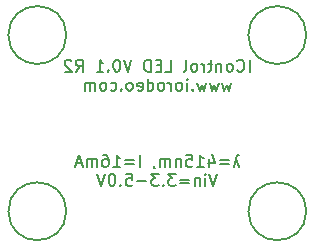
<source format=gbo>
%TF.GenerationSoftware,KiCad,Pcbnew,7.0.8-7.0.8~ubuntu22.04.1*%
%TF.CreationDate,2024-01-30T20:07:11-08:00*%
%TF.ProjectId,415nm_16mA,3431356e-6d5f-4313-966d-412e6b696361,rev?*%
%TF.SameCoordinates,Original*%
%TF.FileFunction,Legend,Bot*%
%TF.FilePolarity,Positive*%
%FSLAX46Y46*%
G04 Gerber Fmt 4.6, Leading zero omitted, Abs format (unit mm)*
G04 Created by KiCad (PCBNEW 7.0.8-7.0.8~ubuntu22.04.1) date 2024-01-30 20:07:11*
%MOMM*%
%LPD*%
G01*
G04 APERTURE LIST*
%ADD10C,0.150000*%
G04 APERTURE END LIST*
D10*
X70509524Y-55634819D02*
X70509524Y-54634819D01*
X69461906Y-55539580D02*
X69509525Y-55587200D01*
X69509525Y-55587200D02*
X69652382Y-55634819D01*
X69652382Y-55634819D02*
X69747620Y-55634819D01*
X69747620Y-55634819D02*
X69890477Y-55587200D01*
X69890477Y-55587200D02*
X69985715Y-55491961D01*
X69985715Y-55491961D02*
X70033334Y-55396723D01*
X70033334Y-55396723D02*
X70080953Y-55206247D01*
X70080953Y-55206247D02*
X70080953Y-55063390D01*
X70080953Y-55063390D02*
X70033334Y-54872914D01*
X70033334Y-54872914D02*
X69985715Y-54777676D01*
X69985715Y-54777676D02*
X69890477Y-54682438D01*
X69890477Y-54682438D02*
X69747620Y-54634819D01*
X69747620Y-54634819D02*
X69652382Y-54634819D01*
X69652382Y-54634819D02*
X69509525Y-54682438D01*
X69509525Y-54682438D02*
X69461906Y-54730057D01*
X68890477Y-55634819D02*
X68985715Y-55587200D01*
X68985715Y-55587200D02*
X69033334Y-55539580D01*
X69033334Y-55539580D02*
X69080953Y-55444342D01*
X69080953Y-55444342D02*
X69080953Y-55158628D01*
X69080953Y-55158628D02*
X69033334Y-55063390D01*
X69033334Y-55063390D02*
X68985715Y-55015771D01*
X68985715Y-55015771D02*
X68890477Y-54968152D01*
X68890477Y-54968152D02*
X68747620Y-54968152D01*
X68747620Y-54968152D02*
X68652382Y-55015771D01*
X68652382Y-55015771D02*
X68604763Y-55063390D01*
X68604763Y-55063390D02*
X68557144Y-55158628D01*
X68557144Y-55158628D02*
X68557144Y-55444342D01*
X68557144Y-55444342D02*
X68604763Y-55539580D01*
X68604763Y-55539580D02*
X68652382Y-55587200D01*
X68652382Y-55587200D02*
X68747620Y-55634819D01*
X68747620Y-55634819D02*
X68890477Y-55634819D01*
X68128572Y-54968152D02*
X68128572Y-55634819D01*
X68128572Y-55063390D02*
X68080953Y-55015771D01*
X68080953Y-55015771D02*
X67985715Y-54968152D01*
X67985715Y-54968152D02*
X67842858Y-54968152D01*
X67842858Y-54968152D02*
X67747620Y-55015771D01*
X67747620Y-55015771D02*
X67700001Y-55111009D01*
X67700001Y-55111009D02*
X67700001Y-55634819D01*
X67366667Y-54968152D02*
X66985715Y-54968152D01*
X67223810Y-54634819D02*
X67223810Y-55491961D01*
X67223810Y-55491961D02*
X67176191Y-55587200D01*
X67176191Y-55587200D02*
X67080953Y-55634819D01*
X67080953Y-55634819D02*
X66985715Y-55634819D01*
X66652381Y-55634819D02*
X66652381Y-54968152D01*
X66652381Y-55158628D02*
X66604762Y-55063390D01*
X66604762Y-55063390D02*
X66557143Y-55015771D01*
X66557143Y-55015771D02*
X66461905Y-54968152D01*
X66461905Y-54968152D02*
X66366667Y-54968152D01*
X65890476Y-55634819D02*
X65985714Y-55587200D01*
X65985714Y-55587200D02*
X66033333Y-55539580D01*
X66033333Y-55539580D02*
X66080952Y-55444342D01*
X66080952Y-55444342D02*
X66080952Y-55158628D01*
X66080952Y-55158628D02*
X66033333Y-55063390D01*
X66033333Y-55063390D02*
X65985714Y-55015771D01*
X65985714Y-55015771D02*
X65890476Y-54968152D01*
X65890476Y-54968152D02*
X65747619Y-54968152D01*
X65747619Y-54968152D02*
X65652381Y-55015771D01*
X65652381Y-55015771D02*
X65604762Y-55063390D01*
X65604762Y-55063390D02*
X65557143Y-55158628D01*
X65557143Y-55158628D02*
X65557143Y-55444342D01*
X65557143Y-55444342D02*
X65604762Y-55539580D01*
X65604762Y-55539580D02*
X65652381Y-55587200D01*
X65652381Y-55587200D02*
X65747619Y-55634819D01*
X65747619Y-55634819D02*
X65890476Y-55634819D01*
X64985714Y-55634819D02*
X65080952Y-55587200D01*
X65080952Y-55587200D02*
X65128571Y-55491961D01*
X65128571Y-55491961D02*
X65128571Y-54634819D01*
X63366666Y-55634819D02*
X63842856Y-55634819D01*
X63842856Y-55634819D02*
X63842856Y-54634819D01*
X63033332Y-55111009D02*
X62699999Y-55111009D01*
X62557142Y-55634819D02*
X63033332Y-55634819D01*
X63033332Y-55634819D02*
X63033332Y-54634819D01*
X63033332Y-54634819D02*
X62557142Y-54634819D01*
X62128570Y-55634819D02*
X62128570Y-54634819D01*
X62128570Y-54634819D02*
X61890475Y-54634819D01*
X61890475Y-54634819D02*
X61747618Y-54682438D01*
X61747618Y-54682438D02*
X61652380Y-54777676D01*
X61652380Y-54777676D02*
X61604761Y-54872914D01*
X61604761Y-54872914D02*
X61557142Y-55063390D01*
X61557142Y-55063390D02*
X61557142Y-55206247D01*
X61557142Y-55206247D02*
X61604761Y-55396723D01*
X61604761Y-55396723D02*
X61652380Y-55491961D01*
X61652380Y-55491961D02*
X61747618Y-55587200D01*
X61747618Y-55587200D02*
X61890475Y-55634819D01*
X61890475Y-55634819D02*
X62128570Y-55634819D01*
X60509522Y-54634819D02*
X60176189Y-55634819D01*
X60176189Y-55634819D02*
X59842856Y-54634819D01*
X59319046Y-54634819D02*
X59223808Y-54634819D01*
X59223808Y-54634819D02*
X59128570Y-54682438D01*
X59128570Y-54682438D02*
X59080951Y-54730057D01*
X59080951Y-54730057D02*
X59033332Y-54825295D01*
X59033332Y-54825295D02*
X58985713Y-55015771D01*
X58985713Y-55015771D02*
X58985713Y-55253866D01*
X58985713Y-55253866D02*
X59033332Y-55444342D01*
X59033332Y-55444342D02*
X59080951Y-55539580D01*
X59080951Y-55539580D02*
X59128570Y-55587200D01*
X59128570Y-55587200D02*
X59223808Y-55634819D01*
X59223808Y-55634819D02*
X59319046Y-55634819D01*
X59319046Y-55634819D02*
X59414284Y-55587200D01*
X59414284Y-55587200D02*
X59461903Y-55539580D01*
X59461903Y-55539580D02*
X59509522Y-55444342D01*
X59509522Y-55444342D02*
X59557141Y-55253866D01*
X59557141Y-55253866D02*
X59557141Y-55015771D01*
X59557141Y-55015771D02*
X59509522Y-54825295D01*
X59509522Y-54825295D02*
X59461903Y-54730057D01*
X59461903Y-54730057D02*
X59414284Y-54682438D01*
X59414284Y-54682438D02*
X59319046Y-54634819D01*
X58557141Y-55539580D02*
X58509522Y-55587200D01*
X58509522Y-55587200D02*
X58557141Y-55634819D01*
X58557141Y-55634819D02*
X58604760Y-55587200D01*
X58604760Y-55587200D02*
X58557141Y-55539580D01*
X58557141Y-55539580D02*
X58557141Y-55634819D01*
X57557142Y-55634819D02*
X58128570Y-55634819D01*
X57842856Y-55634819D02*
X57842856Y-54634819D01*
X57842856Y-54634819D02*
X57938094Y-54777676D01*
X57938094Y-54777676D02*
X58033332Y-54872914D01*
X58033332Y-54872914D02*
X58128570Y-54920533D01*
X55795237Y-55634819D02*
X56128570Y-55158628D01*
X56366665Y-55634819D02*
X56366665Y-54634819D01*
X56366665Y-54634819D02*
X55985713Y-54634819D01*
X55985713Y-54634819D02*
X55890475Y-54682438D01*
X55890475Y-54682438D02*
X55842856Y-54730057D01*
X55842856Y-54730057D02*
X55795237Y-54825295D01*
X55795237Y-54825295D02*
X55795237Y-54968152D01*
X55795237Y-54968152D02*
X55842856Y-55063390D01*
X55842856Y-55063390D02*
X55890475Y-55111009D01*
X55890475Y-55111009D02*
X55985713Y-55158628D01*
X55985713Y-55158628D02*
X56366665Y-55158628D01*
X55414284Y-54730057D02*
X55366665Y-54682438D01*
X55366665Y-54682438D02*
X55271427Y-54634819D01*
X55271427Y-54634819D02*
X55033332Y-54634819D01*
X55033332Y-54634819D02*
X54938094Y-54682438D01*
X54938094Y-54682438D02*
X54890475Y-54730057D01*
X54890475Y-54730057D02*
X54842856Y-54825295D01*
X54842856Y-54825295D02*
X54842856Y-54920533D01*
X54842856Y-54920533D02*
X54890475Y-55063390D01*
X54890475Y-55063390D02*
X55461903Y-55634819D01*
X55461903Y-55634819D02*
X54842856Y-55634819D01*
X68938094Y-56578152D02*
X68747618Y-57244819D01*
X68747618Y-57244819D02*
X68557142Y-56768628D01*
X68557142Y-56768628D02*
X68366666Y-57244819D01*
X68366666Y-57244819D02*
X68176190Y-56578152D01*
X67890475Y-56578152D02*
X67699999Y-57244819D01*
X67699999Y-57244819D02*
X67509523Y-56768628D01*
X67509523Y-56768628D02*
X67319047Y-57244819D01*
X67319047Y-57244819D02*
X67128571Y-56578152D01*
X66842856Y-56578152D02*
X66652380Y-57244819D01*
X66652380Y-57244819D02*
X66461904Y-56768628D01*
X66461904Y-56768628D02*
X66271428Y-57244819D01*
X66271428Y-57244819D02*
X66080952Y-56578152D01*
X65699999Y-57149580D02*
X65652380Y-57197200D01*
X65652380Y-57197200D02*
X65699999Y-57244819D01*
X65699999Y-57244819D02*
X65747618Y-57197200D01*
X65747618Y-57197200D02*
X65699999Y-57149580D01*
X65699999Y-57149580D02*
X65699999Y-57244819D01*
X65223809Y-57244819D02*
X65223809Y-56578152D01*
X65223809Y-56244819D02*
X65271428Y-56292438D01*
X65271428Y-56292438D02*
X65223809Y-56340057D01*
X65223809Y-56340057D02*
X65176190Y-56292438D01*
X65176190Y-56292438D02*
X65223809Y-56244819D01*
X65223809Y-56244819D02*
X65223809Y-56340057D01*
X64604762Y-57244819D02*
X64700000Y-57197200D01*
X64700000Y-57197200D02*
X64747619Y-57149580D01*
X64747619Y-57149580D02*
X64795238Y-57054342D01*
X64795238Y-57054342D02*
X64795238Y-56768628D01*
X64795238Y-56768628D02*
X64747619Y-56673390D01*
X64747619Y-56673390D02*
X64700000Y-56625771D01*
X64700000Y-56625771D02*
X64604762Y-56578152D01*
X64604762Y-56578152D02*
X64461905Y-56578152D01*
X64461905Y-56578152D02*
X64366667Y-56625771D01*
X64366667Y-56625771D02*
X64319048Y-56673390D01*
X64319048Y-56673390D02*
X64271429Y-56768628D01*
X64271429Y-56768628D02*
X64271429Y-57054342D01*
X64271429Y-57054342D02*
X64319048Y-57149580D01*
X64319048Y-57149580D02*
X64366667Y-57197200D01*
X64366667Y-57197200D02*
X64461905Y-57244819D01*
X64461905Y-57244819D02*
X64604762Y-57244819D01*
X63842857Y-57244819D02*
X63842857Y-56578152D01*
X63842857Y-56768628D02*
X63795238Y-56673390D01*
X63795238Y-56673390D02*
X63747619Y-56625771D01*
X63747619Y-56625771D02*
X63652381Y-56578152D01*
X63652381Y-56578152D02*
X63557143Y-56578152D01*
X63080952Y-57244819D02*
X63176190Y-57197200D01*
X63176190Y-57197200D02*
X63223809Y-57149580D01*
X63223809Y-57149580D02*
X63271428Y-57054342D01*
X63271428Y-57054342D02*
X63271428Y-56768628D01*
X63271428Y-56768628D02*
X63223809Y-56673390D01*
X63223809Y-56673390D02*
X63176190Y-56625771D01*
X63176190Y-56625771D02*
X63080952Y-56578152D01*
X63080952Y-56578152D02*
X62938095Y-56578152D01*
X62938095Y-56578152D02*
X62842857Y-56625771D01*
X62842857Y-56625771D02*
X62795238Y-56673390D01*
X62795238Y-56673390D02*
X62747619Y-56768628D01*
X62747619Y-56768628D02*
X62747619Y-57054342D01*
X62747619Y-57054342D02*
X62795238Y-57149580D01*
X62795238Y-57149580D02*
X62842857Y-57197200D01*
X62842857Y-57197200D02*
X62938095Y-57244819D01*
X62938095Y-57244819D02*
X63080952Y-57244819D01*
X61890476Y-57244819D02*
X61890476Y-56244819D01*
X61890476Y-57197200D02*
X61985714Y-57244819D01*
X61985714Y-57244819D02*
X62176190Y-57244819D01*
X62176190Y-57244819D02*
X62271428Y-57197200D01*
X62271428Y-57197200D02*
X62319047Y-57149580D01*
X62319047Y-57149580D02*
X62366666Y-57054342D01*
X62366666Y-57054342D02*
X62366666Y-56768628D01*
X62366666Y-56768628D02*
X62319047Y-56673390D01*
X62319047Y-56673390D02*
X62271428Y-56625771D01*
X62271428Y-56625771D02*
X62176190Y-56578152D01*
X62176190Y-56578152D02*
X61985714Y-56578152D01*
X61985714Y-56578152D02*
X61890476Y-56625771D01*
X61033333Y-57197200D02*
X61128571Y-57244819D01*
X61128571Y-57244819D02*
X61319047Y-57244819D01*
X61319047Y-57244819D02*
X61414285Y-57197200D01*
X61414285Y-57197200D02*
X61461904Y-57101961D01*
X61461904Y-57101961D02*
X61461904Y-56721009D01*
X61461904Y-56721009D02*
X61414285Y-56625771D01*
X61414285Y-56625771D02*
X61319047Y-56578152D01*
X61319047Y-56578152D02*
X61128571Y-56578152D01*
X61128571Y-56578152D02*
X61033333Y-56625771D01*
X61033333Y-56625771D02*
X60985714Y-56721009D01*
X60985714Y-56721009D02*
X60985714Y-56816247D01*
X60985714Y-56816247D02*
X61461904Y-56911485D01*
X60414285Y-57244819D02*
X60509523Y-57197200D01*
X60509523Y-57197200D02*
X60557142Y-57149580D01*
X60557142Y-57149580D02*
X60604761Y-57054342D01*
X60604761Y-57054342D02*
X60604761Y-56768628D01*
X60604761Y-56768628D02*
X60557142Y-56673390D01*
X60557142Y-56673390D02*
X60509523Y-56625771D01*
X60509523Y-56625771D02*
X60414285Y-56578152D01*
X60414285Y-56578152D02*
X60271428Y-56578152D01*
X60271428Y-56578152D02*
X60176190Y-56625771D01*
X60176190Y-56625771D02*
X60128571Y-56673390D01*
X60128571Y-56673390D02*
X60080952Y-56768628D01*
X60080952Y-56768628D02*
X60080952Y-57054342D01*
X60080952Y-57054342D02*
X60128571Y-57149580D01*
X60128571Y-57149580D02*
X60176190Y-57197200D01*
X60176190Y-57197200D02*
X60271428Y-57244819D01*
X60271428Y-57244819D02*
X60414285Y-57244819D01*
X59652380Y-57149580D02*
X59604761Y-57197200D01*
X59604761Y-57197200D02*
X59652380Y-57244819D01*
X59652380Y-57244819D02*
X59699999Y-57197200D01*
X59699999Y-57197200D02*
X59652380Y-57149580D01*
X59652380Y-57149580D02*
X59652380Y-57244819D01*
X58747619Y-57197200D02*
X58842857Y-57244819D01*
X58842857Y-57244819D02*
X59033333Y-57244819D01*
X59033333Y-57244819D02*
X59128571Y-57197200D01*
X59128571Y-57197200D02*
X59176190Y-57149580D01*
X59176190Y-57149580D02*
X59223809Y-57054342D01*
X59223809Y-57054342D02*
X59223809Y-56768628D01*
X59223809Y-56768628D02*
X59176190Y-56673390D01*
X59176190Y-56673390D02*
X59128571Y-56625771D01*
X59128571Y-56625771D02*
X59033333Y-56578152D01*
X59033333Y-56578152D02*
X58842857Y-56578152D01*
X58842857Y-56578152D02*
X58747619Y-56625771D01*
X58176190Y-57244819D02*
X58271428Y-57197200D01*
X58271428Y-57197200D02*
X58319047Y-57149580D01*
X58319047Y-57149580D02*
X58366666Y-57054342D01*
X58366666Y-57054342D02*
X58366666Y-56768628D01*
X58366666Y-56768628D02*
X58319047Y-56673390D01*
X58319047Y-56673390D02*
X58271428Y-56625771D01*
X58271428Y-56625771D02*
X58176190Y-56578152D01*
X58176190Y-56578152D02*
X58033333Y-56578152D01*
X58033333Y-56578152D02*
X57938095Y-56625771D01*
X57938095Y-56625771D02*
X57890476Y-56673390D01*
X57890476Y-56673390D02*
X57842857Y-56768628D01*
X57842857Y-56768628D02*
X57842857Y-57054342D01*
X57842857Y-57054342D02*
X57890476Y-57149580D01*
X57890476Y-57149580D02*
X57938095Y-57197200D01*
X57938095Y-57197200D02*
X58033333Y-57244819D01*
X58033333Y-57244819D02*
X58176190Y-57244819D01*
X57414285Y-57244819D02*
X57414285Y-56578152D01*
X57414285Y-56673390D02*
X57366666Y-56625771D01*
X57366666Y-56625771D02*
X57271428Y-56578152D01*
X57271428Y-56578152D02*
X57128571Y-56578152D01*
X57128571Y-56578152D02*
X57033333Y-56625771D01*
X57033333Y-56625771D02*
X56985714Y-56721009D01*
X56985714Y-56721009D02*
X56985714Y-57244819D01*
X56985714Y-56721009D02*
X56938095Y-56625771D01*
X56938095Y-56625771D02*
X56842857Y-56578152D01*
X56842857Y-56578152D02*
X56700000Y-56578152D01*
X56700000Y-56578152D02*
X56604761Y-56625771D01*
X56604761Y-56625771D02*
X56557142Y-56721009D01*
X56557142Y-56721009D02*
X56557142Y-57244819D01*
X69390475Y-63018152D02*
X69628570Y-63684819D01*
X69628570Y-62684819D02*
X69533332Y-62684819D01*
X69533332Y-62684819D02*
X69485713Y-62732438D01*
X69485713Y-62732438D02*
X69390475Y-63018152D01*
X69390475Y-63018152D02*
X69152380Y-63684819D01*
X68771427Y-63161009D02*
X68009523Y-63161009D01*
X68009523Y-63446723D02*
X68771427Y-63446723D01*
X67104761Y-63018152D02*
X67104761Y-63684819D01*
X67342856Y-62637200D02*
X67580951Y-63351485D01*
X67580951Y-63351485D02*
X66961904Y-63351485D01*
X66057142Y-63684819D02*
X66628570Y-63684819D01*
X66342856Y-63684819D02*
X66342856Y-62684819D01*
X66342856Y-62684819D02*
X66438094Y-62827676D01*
X66438094Y-62827676D02*
X66533332Y-62922914D01*
X66533332Y-62922914D02*
X66628570Y-62970533D01*
X65152380Y-62684819D02*
X65628570Y-62684819D01*
X65628570Y-62684819D02*
X65676189Y-63161009D01*
X65676189Y-63161009D02*
X65628570Y-63113390D01*
X65628570Y-63113390D02*
X65533332Y-63065771D01*
X65533332Y-63065771D02*
X65295237Y-63065771D01*
X65295237Y-63065771D02*
X65199999Y-63113390D01*
X65199999Y-63113390D02*
X65152380Y-63161009D01*
X65152380Y-63161009D02*
X65104761Y-63256247D01*
X65104761Y-63256247D02*
X65104761Y-63494342D01*
X65104761Y-63494342D02*
X65152380Y-63589580D01*
X65152380Y-63589580D02*
X65199999Y-63637200D01*
X65199999Y-63637200D02*
X65295237Y-63684819D01*
X65295237Y-63684819D02*
X65533332Y-63684819D01*
X65533332Y-63684819D02*
X65628570Y-63637200D01*
X65628570Y-63637200D02*
X65676189Y-63589580D01*
X64676189Y-63018152D02*
X64676189Y-63684819D01*
X64676189Y-63113390D02*
X64628570Y-63065771D01*
X64628570Y-63065771D02*
X64533332Y-63018152D01*
X64533332Y-63018152D02*
X64390475Y-63018152D01*
X64390475Y-63018152D02*
X64295237Y-63065771D01*
X64295237Y-63065771D02*
X64247618Y-63161009D01*
X64247618Y-63161009D02*
X64247618Y-63684819D01*
X63771427Y-63684819D02*
X63771427Y-63018152D01*
X63771427Y-63113390D02*
X63723808Y-63065771D01*
X63723808Y-63065771D02*
X63628570Y-63018152D01*
X63628570Y-63018152D02*
X63485713Y-63018152D01*
X63485713Y-63018152D02*
X63390475Y-63065771D01*
X63390475Y-63065771D02*
X63342856Y-63161009D01*
X63342856Y-63161009D02*
X63342856Y-63684819D01*
X63342856Y-63161009D02*
X63295237Y-63065771D01*
X63295237Y-63065771D02*
X63199999Y-63018152D01*
X63199999Y-63018152D02*
X63057142Y-63018152D01*
X63057142Y-63018152D02*
X62961903Y-63065771D01*
X62961903Y-63065771D02*
X62914284Y-63161009D01*
X62914284Y-63161009D02*
X62914284Y-63684819D01*
X62390475Y-63637200D02*
X62390475Y-63684819D01*
X62390475Y-63684819D02*
X62438094Y-63780057D01*
X62438094Y-63780057D02*
X62485713Y-63827676D01*
X61199999Y-63684819D02*
X61199999Y-62684819D01*
X60723809Y-63161009D02*
X59961905Y-63161009D01*
X59961905Y-63446723D02*
X60723809Y-63446723D01*
X58961905Y-63684819D02*
X59533333Y-63684819D01*
X59247619Y-63684819D02*
X59247619Y-62684819D01*
X59247619Y-62684819D02*
X59342857Y-62827676D01*
X59342857Y-62827676D02*
X59438095Y-62922914D01*
X59438095Y-62922914D02*
X59533333Y-62970533D01*
X58104762Y-62684819D02*
X58295238Y-62684819D01*
X58295238Y-62684819D02*
X58390476Y-62732438D01*
X58390476Y-62732438D02*
X58438095Y-62780057D01*
X58438095Y-62780057D02*
X58533333Y-62922914D01*
X58533333Y-62922914D02*
X58580952Y-63113390D01*
X58580952Y-63113390D02*
X58580952Y-63494342D01*
X58580952Y-63494342D02*
X58533333Y-63589580D01*
X58533333Y-63589580D02*
X58485714Y-63637200D01*
X58485714Y-63637200D02*
X58390476Y-63684819D01*
X58390476Y-63684819D02*
X58200000Y-63684819D01*
X58200000Y-63684819D02*
X58104762Y-63637200D01*
X58104762Y-63637200D02*
X58057143Y-63589580D01*
X58057143Y-63589580D02*
X58009524Y-63494342D01*
X58009524Y-63494342D02*
X58009524Y-63256247D01*
X58009524Y-63256247D02*
X58057143Y-63161009D01*
X58057143Y-63161009D02*
X58104762Y-63113390D01*
X58104762Y-63113390D02*
X58200000Y-63065771D01*
X58200000Y-63065771D02*
X58390476Y-63065771D01*
X58390476Y-63065771D02*
X58485714Y-63113390D01*
X58485714Y-63113390D02*
X58533333Y-63161009D01*
X58533333Y-63161009D02*
X58580952Y-63256247D01*
X57580952Y-63684819D02*
X57580952Y-63018152D01*
X57580952Y-63113390D02*
X57533333Y-63065771D01*
X57533333Y-63065771D02*
X57438095Y-63018152D01*
X57438095Y-63018152D02*
X57295238Y-63018152D01*
X57295238Y-63018152D02*
X57200000Y-63065771D01*
X57200000Y-63065771D02*
X57152381Y-63161009D01*
X57152381Y-63161009D02*
X57152381Y-63684819D01*
X57152381Y-63161009D02*
X57104762Y-63065771D01*
X57104762Y-63065771D02*
X57009524Y-63018152D01*
X57009524Y-63018152D02*
X56866667Y-63018152D01*
X56866667Y-63018152D02*
X56771428Y-63065771D01*
X56771428Y-63065771D02*
X56723809Y-63161009D01*
X56723809Y-63161009D02*
X56723809Y-63684819D01*
X56295238Y-63399104D02*
X55819048Y-63399104D01*
X56390476Y-63684819D02*
X56057143Y-62684819D01*
X56057143Y-62684819D02*
X55723810Y-63684819D01*
X67771427Y-64294819D02*
X67438094Y-65294819D01*
X67438094Y-65294819D02*
X67104761Y-64294819D01*
X66771427Y-65294819D02*
X66771427Y-64628152D01*
X66771427Y-64294819D02*
X66819046Y-64342438D01*
X66819046Y-64342438D02*
X66771427Y-64390057D01*
X66771427Y-64390057D02*
X66723808Y-64342438D01*
X66723808Y-64342438D02*
X66771427Y-64294819D01*
X66771427Y-64294819D02*
X66771427Y-64390057D01*
X66295237Y-64628152D02*
X66295237Y-65294819D01*
X66295237Y-64723390D02*
X66247618Y-64675771D01*
X66247618Y-64675771D02*
X66152380Y-64628152D01*
X66152380Y-64628152D02*
X66009523Y-64628152D01*
X66009523Y-64628152D02*
X65914285Y-64675771D01*
X65914285Y-64675771D02*
X65866666Y-64771009D01*
X65866666Y-64771009D02*
X65866666Y-65294819D01*
X65390475Y-64771009D02*
X64628571Y-64771009D01*
X64628571Y-65056723D02*
X65390475Y-65056723D01*
X64247618Y-64294819D02*
X63628571Y-64294819D01*
X63628571Y-64294819D02*
X63961904Y-64675771D01*
X63961904Y-64675771D02*
X63819047Y-64675771D01*
X63819047Y-64675771D02*
X63723809Y-64723390D01*
X63723809Y-64723390D02*
X63676190Y-64771009D01*
X63676190Y-64771009D02*
X63628571Y-64866247D01*
X63628571Y-64866247D02*
X63628571Y-65104342D01*
X63628571Y-65104342D02*
X63676190Y-65199580D01*
X63676190Y-65199580D02*
X63723809Y-65247200D01*
X63723809Y-65247200D02*
X63819047Y-65294819D01*
X63819047Y-65294819D02*
X64104761Y-65294819D01*
X64104761Y-65294819D02*
X64199999Y-65247200D01*
X64199999Y-65247200D02*
X64247618Y-65199580D01*
X63199999Y-65199580D02*
X63152380Y-65247200D01*
X63152380Y-65247200D02*
X63199999Y-65294819D01*
X63199999Y-65294819D02*
X63247618Y-65247200D01*
X63247618Y-65247200D02*
X63199999Y-65199580D01*
X63199999Y-65199580D02*
X63199999Y-65294819D01*
X62819047Y-64294819D02*
X62200000Y-64294819D01*
X62200000Y-64294819D02*
X62533333Y-64675771D01*
X62533333Y-64675771D02*
X62390476Y-64675771D01*
X62390476Y-64675771D02*
X62295238Y-64723390D01*
X62295238Y-64723390D02*
X62247619Y-64771009D01*
X62247619Y-64771009D02*
X62200000Y-64866247D01*
X62200000Y-64866247D02*
X62200000Y-65104342D01*
X62200000Y-65104342D02*
X62247619Y-65199580D01*
X62247619Y-65199580D02*
X62295238Y-65247200D01*
X62295238Y-65247200D02*
X62390476Y-65294819D01*
X62390476Y-65294819D02*
X62676190Y-65294819D01*
X62676190Y-65294819D02*
X62771428Y-65247200D01*
X62771428Y-65247200D02*
X62819047Y-65199580D01*
X61771428Y-64913866D02*
X61009524Y-64913866D01*
X60057143Y-64294819D02*
X60533333Y-64294819D01*
X60533333Y-64294819D02*
X60580952Y-64771009D01*
X60580952Y-64771009D02*
X60533333Y-64723390D01*
X60533333Y-64723390D02*
X60438095Y-64675771D01*
X60438095Y-64675771D02*
X60200000Y-64675771D01*
X60200000Y-64675771D02*
X60104762Y-64723390D01*
X60104762Y-64723390D02*
X60057143Y-64771009D01*
X60057143Y-64771009D02*
X60009524Y-64866247D01*
X60009524Y-64866247D02*
X60009524Y-65104342D01*
X60009524Y-65104342D02*
X60057143Y-65199580D01*
X60057143Y-65199580D02*
X60104762Y-65247200D01*
X60104762Y-65247200D02*
X60200000Y-65294819D01*
X60200000Y-65294819D02*
X60438095Y-65294819D01*
X60438095Y-65294819D02*
X60533333Y-65247200D01*
X60533333Y-65247200D02*
X60580952Y-65199580D01*
X59580952Y-65199580D02*
X59533333Y-65247200D01*
X59533333Y-65247200D02*
X59580952Y-65294819D01*
X59580952Y-65294819D02*
X59628571Y-65247200D01*
X59628571Y-65247200D02*
X59580952Y-65199580D01*
X59580952Y-65199580D02*
X59580952Y-65294819D01*
X58914286Y-64294819D02*
X58819048Y-64294819D01*
X58819048Y-64294819D02*
X58723810Y-64342438D01*
X58723810Y-64342438D02*
X58676191Y-64390057D01*
X58676191Y-64390057D02*
X58628572Y-64485295D01*
X58628572Y-64485295D02*
X58580953Y-64675771D01*
X58580953Y-64675771D02*
X58580953Y-64913866D01*
X58580953Y-64913866D02*
X58628572Y-65104342D01*
X58628572Y-65104342D02*
X58676191Y-65199580D01*
X58676191Y-65199580D02*
X58723810Y-65247200D01*
X58723810Y-65247200D02*
X58819048Y-65294819D01*
X58819048Y-65294819D02*
X58914286Y-65294819D01*
X58914286Y-65294819D02*
X59009524Y-65247200D01*
X59009524Y-65247200D02*
X59057143Y-65199580D01*
X59057143Y-65199580D02*
X59104762Y-65104342D01*
X59104762Y-65104342D02*
X59152381Y-64913866D01*
X59152381Y-64913866D02*
X59152381Y-64675771D01*
X59152381Y-64675771D02*
X59104762Y-64485295D01*
X59104762Y-64485295D02*
X59057143Y-64390057D01*
X59057143Y-64390057D02*
X59009524Y-64342438D01*
X59009524Y-64342438D02*
X58914286Y-64294819D01*
X58295238Y-64294819D02*
X57961905Y-65294819D01*
X57961905Y-65294819D02*
X57628572Y-64294819D01*
%TO.C,M1*%
X54990000Y-52540000D02*
G75*
G03*
X54990000Y-52540000I-2450000J0D01*
G01*
%TO.C,M2*%
X75310000Y-52540000D02*
G75*
G03*
X75310000Y-52540000I-2450000J0D01*
G01*
%TO.C,M3*%
X75310000Y-67460000D02*
G75*
G03*
X75310000Y-67460000I-2450000J0D01*
G01*
%TO.C,M4*%
X54990000Y-67460000D02*
G75*
G03*
X54990000Y-67460000I-2450000J0D01*
G01*
%TD*%
M02*

</source>
